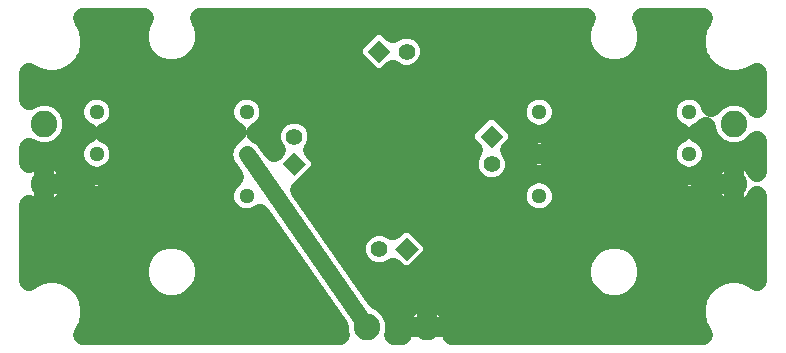
<source format=gbl>
G75*
G70*
%OFA0B0*%
%FSLAX24Y24*%
%IPPOS*%
%LPD*%
%AMOC8*
5,1,8,0,0,1.08239X$1,22.5*
%
%ADD10C,0.0512*%
%ADD11R,0.0554X0.0554*%
%ADD12C,0.0554*%
%ADD13C,0.0886*%
%ADD14C,0.0560*%
%ADD15C,0.0660*%
D10*
X003433Y005783D03*
X003433Y007183D03*
X003433Y008583D03*
X008433Y008583D03*
X008433Y007183D03*
X008433Y005783D03*
X018183Y005783D03*
X018183Y007183D03*
X018183Y008583D03*
X023183Y008583D03*
X023183Y007183D03*
X023183Y005783D03*
D11*
G36*
X016598Y008160D02*
X016989Y007769D01*
X016598Y007378D01*
X016207Y007769D01*
X016598Y008160D01*
G37*
G36*
X012457Y010598D02*
X012848Y010989D01*
X013239Y010598D01*
X012848Y010207D01*
X012457Y010598D01*
G37*
G36*
X010019Y006457D02*
X009628Y006848D01*
X010019Y007239D01*
X010410Y006848D01*
X010019Y006457D01*
G37*
G36*
X014160Y004019D02*
X013769Y003628D01*
X013378Y004019D01*
X013769Y004410D01*
X014160Y004019D01*
G37*
D12*
X012848Y004019D03*
X016598Y006848D03*
X010019Y007769D03*
X013769Y010598D03*
D13*
X024683Y008183D03*
X024683Y006183D03*
X014433Y001433D03*
X012433Y001433D03*
X001683Y006183D03*
X001683Y008183D03*
D14*
X008433Y007183D02*
X012433Y001433D01*
D15*
X003127Y001439D02*
X002968Y001163D01*
X011535Y001163D01*
X011500Y001248D01*
X011500Y001426D01*
X008887Y005182D01*
X008856Y005151D01*
X008582Y005037D01*
X008285Y005037D01*
X008011Y005151D01*
X007801Y005361D01*
X007687Y005635D01*
X007687Y005932D01*
X007801Y006206D01*
X008011Y006416D01*
X008025Y006422D01*
X007714Y006869D01*
X007648Y007169D01*
X007703Y007470D01*
X007868Y007728D01*
X008119Y007903D01*
X008124Y007904D01*
X008011Y007951D01*
X007801Y008161D01*
X007687Y008435D01*
X007687Y008732D01*
X007801Y009006D01*
X008011Y009216D01*
X008285Y009329D01*
X008582Y009329D01*
X008856Y009216D01*
X009066Y009006D01*
X009179Y008732D01*
X009179Y008435D01*
X009066Y008161D01*
X008856Y007951D01*
X008738Y007902D01*
X008978Y007749D01*
X009330Y007243D01*
X009395Y007308D01*
X009369Y007335D01*
X009252Y007616D01*
X009252Y007922D01*
X009369Y008204D01*
X009585Y008419D01*
X009866Y008536D01*
X010172Y008536D01*
X010454Y008419D01*
X010669Y008204D01*
X010786Y007922D01*
X010786Y007616D01*
X010669Y007335D01*
X010643Y007308D01*
X010826Y007125D01*
X010901Y006945D01*
X010901Y006750D01*
X010826Y006570D01*
X010297Y006040D01*
X010196Y005998D01*
X012764Y002306D01*
X012962Y002224D01*
X013224Y001962D01*
X013366Y001619D01*
X013366Y001248D01*
X013331Y001163D01*
X013602Y001163D01*
X013575Y001263D01*
X013560Y001376D01*
X013560Y001433D01*
X014433Y001433D01*
X014433Y001434D01*
X014433Y002306D01*
X014376Y002306D01*
X014263Y002291D01*
X014152Y002262D01*
X014046Y002218D01*
X013947Y002161D01*
X013857Y002091D01*
X013776Y002010D01*
X013706Y001919D01*
X013649Y001820D01*
X013605Y001715D01*
X013575Y001604D01*
X013560Y001491D01*
X013560Y001434D01*
X014433Y001434D01*
X014434Y001434D01*
X014434Y002306D01*
X014491Y002306D01*
X014604Y002291D01*
X014715Y002262D01*
X014820Y002218D01*
X014919Y002161D01*
X015010Y002091D01*
X015091Y002010D01*
X015161Y001919D01*
X015218Y001820D01*
X015262Y001715D01*
X015291Y001604D01*
X015306Y001491D01*
X015306Y001434D01*
X014434Y001434D01*
X014434Y001433D01*
X015306Y001433D01*
X015306Y001376D01*
X015291Y001263D01*
X015265Y001163D01*
X023649Y001163D01*
X023490Y001439D01*
X023402Y001765D01*
X023402Y002102D01*
X023490Y002428D01*
X023658Y002720D01*
X023897Y002959D01*
X024189Y003127D01*
X024515Y003215D01*
X024852Y003215D01*
X025178Y003127D01*
X025453Y002968D01*
X025453Y005771D01*
X025411Y005697D01*
X025341Y005607D01*
X025260Y005526D01*
X025169Y005456D01*
X025070Y005399D01*
X024965Y005355D01*
X024854Y005325D01*
X024741Y005310D01*
X024684Y005310D01*
X024684Y006183D01*
X024683Y006183D01*
X023810Y006183D01*
X023810Y006126D01*
X023823Y006032D01*
X023800Y006087D01*
X023755Y006165D01*
X023700Y006237D01*
X023637Y006300D01*
X023565Y006355D01*
X023487Y006400D01*
X023404Y006434D01*
X023355Y006447D01*
X023606Y006551D01*
X023816Y006761D01*
X023929Y007035D01*
X023929Y007332D01*
X023816Y007606D01*
X023606Y007816D01*
X023442Y007883D01*
X023606Y007951D01*
X023750Y008096D01*
X023750Y007998D01*
X023892Y007655D01*
X024155Y007392D01*
X024498Y007250D01*
X024869Y007250D01*
X025212Y007392D01*
X025453Y007634D01*
X025453Y006595D01*
X025411Y006669D01*
X025341Y006760D01*
X025260Y006841D01*
X025169Y006911D01*
X025070Y006968D01*
X024965Y007012D01*
X024854Y007041D01*
X024741Y007056D01*
X024684Y007056D01*
X024684Y006184D01*
X024683Y006184D01*
X024683Y007056D01*
X024626Y007056D01*
X024513Y007041D01*
X024402Y007012D01*
X024296Y006968D01*
X024197Y006911D01*
X024107Y006841D01*
X024026Y006760D01*
X023956Y006669D01*
X023899Y006570D01*
X023855Y006465D01*
X023825Y006354D01*
X023810Y006241D01*
X023810Y006184D01*
X024683Y006184D01*
X024683Y006183D01*
X024683Y005310D01*
X024626Y005310D01*
X024513Y005325D01*
X024402Y005355D01*
X024296Y005399D01*
X024197Y005456D01*
X024107Y005526D01*
X024026Y005607D01*
X023956Y005697D01*
X023899Y005796D01*
X023862Y005886D01*
X023869Y005828D01*
X023869Y005784D01*
X023184Y005784D01*
X023184Y005783D01*
X023869Y005783D01*
X023869Y005738D01*
X023858Y005649D01*
X023834Y005562D01*
X023800Y005479D01*
X023755Y005401D01*
X023700Y005330D01*
X023637Y005267D01*
X023565Y005212D01*
X023487Y005167D01*
X023404Y005132D01*
X023317Y005109D01*
X023228Y005097D01*
X023184Y005097D01*
X023184Y005783D01*
X023183Y005783D01*
X023183Y005097D01*
X023138Y005097D01*
X023049Y005109D01*
X022962Y005132D01*
X022879Y005167D01*
X022801Y005212D01*
X022730Y005267D01*
X022667Y005330D01*
X022612Y005401D01*
X022567Y005479D01*
X022532Y005562D01*
X022509Y005649D01*
X022497Y005738D01*
X022497Y005783D01*
X023183Y005783D01*
X023183Y005784D01*
X022497Y005784D01*
X022497Y005828D01*
X022509Y005917D01*
X022532Y006004D01*
X022567Y006087D01*
X022612Y006165D01*
X022667Y006237D01*
X022730Y006300D01*
X022801Y006355D01*
X022879Y006400D01*
X022962Y006434D01*
X023011Y006447D01*
X022761Y006551D01*
X022551Y006761D01*
X022437Y007035D01*
X022437Y007332D01*
X022551Y007606D01*
X022761Y007816D01*
X022924Y007883D01*
X022761Y007951D01*
X022551Y008161D01*
X022437Y008435D01*
X022437Y008732D01*
X022551Y009006D01*
X022761Y009216D01*
X023035Y009329D01*
X023332Y009329D01*
X023606Y009216D01*
X023816Y009006D01*
X023924Y008744D01*
X024155Y008974D01*
X024498Y009116D01*
X024869Y009116D01*
X025212Y008974D01*
X025453Y008733D01*
X025453Y009899D01*
X025178Y009740D01*
X024852Y009652D01*
X024515Y009652D01*
X024189Y009740D01*
X023897Y009908D01*
X023658Y010147D01*
X023490Y010439D01*
X023402Y010765D01*
X023402Y011102D01*
X023490Y011428D01*
X023649Y011703D01*
X021617Y011703D01*
X021712Y011539D01*
X021787Y011259D01*
X021787Y010968D01*
X021712Y010687D01*
X021567Y010435D01*
X021361Y010230D01*
X021109Y010085D01*
X020829Y010009D01*
X020538Y010009D01*
X020257Y010085D01*
X020005Y010230D01*
X019800Y010435D01*
X019655Y010687D01*
X019579Y010968D01*
X019579Y011259D01*
X019655Y011539D01*
X019749Y011703D01*
X006867Y011703D01*
X006962Y011539D01*
X007037Y011259D01*
X007037Y010968D01*
X006962Y010687D01*
X006817Y010435D01*
X006611Y010230D01*
X006359Y010085D01*
X006079Y010009D01*
X005788Y010009D01*
X005507Y010085D01*
X005255Y010230D01*
X005050Y010435D01*
X004905Y010687D01*
X004829Y010968D01*
X004829Y011259D01*
X004905Y011539D01*
X004999Y011703D01*
X002968Y011703D01*
X003127Y011428D01*
X003215Y011102D01*
X003215Y010765D01*
X003127Y010439D01*
X002959Y010147D01*
X002720Y009908D01*
X002428Y009740D01*
X002102Y009652D01*
X001765Y009652D01*
X001439Y009740D01*
X001163Y009899D01*
X001163Y008978D01*
X001498Y009116D01*
X001869Y009116D01*
X002212Y008974D01*
X002474Y008712D01*
X002616Y008369D01*
X002616Y007998D01*
X002474Y007655D01*
X002212Y007392D01*
X001869Y007250D01*
X001498Y007250D01*
X001163Y007389D01*
X001163Y006885D01*
X001197Y006911D01*
X001296Y006968D01*
X001402Y007012D01*
X001513Y007041D01*
X001626Y007056D01*
X001683Y007056D01*
X001683Y006184D01*
X001684Y006184D01*
X001684Y007056D01*
X001741Y007056D01*
X001854Y007041D01*
X001965Y007012D01*
X002070Y006968D01*
X002169Y006911D01*
X002260Y006841D01*
X002341Y006760D01*
X002411Y006669D01*
X002468Y006570D01*
X002512Y006465D01*
X002541Y006354D01*
X002556Y006241D01*
X002556Y006184D01*
X001684Y006184D01*
X001684Y006183D01*
X002556Y006183D01*
X002556Y006126D01*
X002541Y006013D01*
X002512Y005902D01*
X002468Y005796D01*
X002411Y005697D01*
X002341Y005607D01*
X002260Y005526D01*
X002169Y005456D01*
X002070Y005399D01*
X001965Y005355D01*
X001854Y005325D01*
X001741Y005310D01*
X001684Y005310D01*
X001684Y006183D01*
X001683Y006183D01*
X001683Y005310D01*
X001626Y005310D01*
X001513Y005325D01*
X001402Y005355D01*
X001296Y005399D01*
X001197Y005456D01*
X001163Y005482D01*
X001163Y002968D01*
X001439Y003127D01*
X001765Y003215D01*
X002102Y003215D01*
X002428Y003127D01*
X002720Y002959D01*
X002959Y002720D01*
X003127Y002428D01*
X003215Y002102D01*
X003215Y001765D01*
X003127Y001439D01*
X003211Y001750D02*
X011275Y001750D01*
X010817Y002409D02*
X006650Y002409D01*
X006611Y002370D02*
X006817Y002575D01*
X006962Y002827D01*
X007037Y003108D01*
X007037Y003399D01*
X006962Y003679D01*
X006817Y003931D01*
X006611Y004137D01*
X006359Y004282D01*
X006079Y004357D01*
X005788Y004357D01*
X005507Y004282D01*
X005255Y004137D01*
X005050Y003931D01*
X004905Y003679D01*
X004829Y003399D01*
X004829Y003108D01*
X004905Y002827D01*
X005050Y002575D01*
X005255Y002370D01*
X005507Y002225D01*
X005788Y002149D01*
X006079Y002149D01*
X006359Y002225D01*
X006611Y002370D01*
X007026Y003068D02*
X010359Y003068D01*
X009900Y003726D02*
X006935Y003726D01*
X004932Y003726D02*
X001163Y003726D01*
X001163Y003068D02*
X001336Y003068D01*
X002531Y003068D02*
X004840Y003068D01*
X005216Y002409D02*
X003132Y002409D01*
X001163Y004385D02*
X009442Y004385D01*
X008984Y005043D02*
X008596Y005043D01*
X008271Y005043D02*
X001163Y005043D01*
X001683Y005702D02*
X001684Y005702D01*
X002413Y005702D02*
X002752Y005702D01*
X002747Y005738D02*
X002759Y005649D01*
X002782Y005562D01*
X002817Y005479D01*
X002862Y005401D01*
X002917Y005330D01*
X002980Y005267D01*
X003051Y005212D01*
X003129Y005167D01*
X003212Y005132D01*
X003299Y005109D01*
X003388Y005097D01*
X003433Y005097D01*
X003433Y005783D01*
X002747Y005783D01*
X002747Y005738D01*
X002747Y005784D02*
X003433Y005784D01*
X003433Y005783D01*
X003434Y005783D01*
X003434Y005784D01*
X004119Y005784D01*
X004119Y005828D01*
X004108Y005917D01*
X004084Y006004D01*
X004050Y006087D01*
X004005Y006165D01*
X003950Y006237D01*
X003887Y006300D01*
X003815Y006355D01*
X003737Y006400D01*
X003654Y006434D01*
X003605Y006447D01*
X003856Y006551D01*
X004066Y006761D01*
X004179Y007035D01*
X004179Y007332D01*
X004066Y007606D01*
X003856Y007816D01*
X003692Y007883D01*
X003856Y007951D01*
X004066Y008161D01*
X004179Y008435D01*
X004179Y008732D01*
X004066Y009006D01*
X003856Y009216D01*
X003582Y009329D01*
X003285Y009329D01*
X003011Y009216D01*
X002801Y009006D01*
X002687Y008732D01*
X002687Y008435D01*
X002801Y008161D01*
X003011Y007951D01*
X003174Y007883D01*
X003011Y007816D01*
X002801Y007606D01*
X002687Y007332D01*
X002687Y007035D01*
X002801Y006761D01*
X003011Y006551D01*
X003261Y006447D01*
X003212Y006434D01*
X003129Y006400D01*
X003051Y006355D01*
X002980Y006300D01*
X002917Y006237D01*
X002862Y006165D01*
X002817Y006087D01*
X002782Y006004D01*
X002759Y005917D01*
X002747Y005828D01*
X002747Y005784D01*
X003434Y005783D02*
X003434Y005097D01*
X003478Y005097D01*
X003567Y005109D01*
X003654Y005132D01*
X003737Y005167D01*
X003815Y005212D01*
X003887Y005267D01*
X003950Y005330D01*
X004005Y005401D01*
X004050Y005479D01*
X004084Y005562D01*
X004108Y005649D01*
X004119Y005738D01*
X004119Y005783D01*
X003434Y005783D01*
X003433Y005702D02*
X003434Y005702D01*
X004114Y005702D02*
X007687Y005702D01*
X007955Y006360D02*
X003806Y006360D01*
X003061Y006360D02*
X002540Y006360D01*
X001684Y006360D02*
X001683Y006360D01*
X001683Y007019D02*
X001684Y007019D01*
X001938Y007019D02*
X002694Y007019D01*
X002873Y007677D02*
X002484Y007677D01*
X002616Y008336D02*
X002729Y008336D01*
X002796Y008994D02*
X002163Y008994D01*
X001204Y008994D02*
X001163Y008994D01*
X001163Y009653D02*
X001762Y009653D01*
X002105Y009653D02*
X024512Y009653D01*
X024855Y009653D02*
X025453Y009653D01*
X025453Y008994D02*
X025163Y008994D01*
X024204Y008994D02*
X023820Y008994D01*
X022546Y008994D02*
X018820Y008994D01*
X018816Y009006D02*
X018606Y009216D01*
X018332Y009329D01*
X018035Y009329D01*
X017761Y009216D01*
X017551Y009006D01*
X017437Y008732D01*
X017437Y008435D01*
X017551Y008161D01*
X017761Y007951D01*
X018011Y007847D01*
X017962Y007834D01*
X017879Y007800D01*
X017801Y007755D01*
X017730Y007700D01*
X017667Y007637D01*
X017612Y007565D01*
X017567Y007487D01*
X017532Y007404D01*
X017509Y007317D01*
X017497Y007228D01*
X017497Y007184D01*
X018183Y007184D01*
X018183Y007183D01*
X017497Y007183D01*
X017497Y007138D01*
X017509Y007049D01*
X017532Y006962D01*
X017567Y006879D01*
X017612Y006801D01*
X017667Y006730D01*
X017730Y006667D01*
X017801Y006612D01*
X017879Y006567D01*
X017962Y006532D01*
X018011Y006519D01*
X017761Y006416D01*
X017551Y006206D01*
X017437Y005932D01*
X017437Y005635D01*
X017551Y005361D01*
X017761Y005151D01*
X018035Y005037D01*
X018332Y005037D01*
X018606Y005151D01*
X018816Y005361D01*
X018929Y005635D01*
X018929Y005932D01*
X018816Y006206D01*
X018606Y006416D01*
X018355Y006519D01*
X018404Y006532D01*
X018487Y006567D01*
X018565Y006612D01*
X018637Y006667D01*
X018700Y006730D01*
X018755Y006801D01*
X018800Y006879D01*
X018834Y006962D01*
X018858Y007049D01*
X018869Y007138D01*
X018869Y007183D01*
X018184Y007183D01*
X018184Y007184D01*
X018869Y007184D01*
X018869Y007228D01*
X018858Y007317D01*
X018834Y007404D01*
X018800Y007487D01*
X018755Y007565D01*
X018700Y007637D01*
X018637Y007700D01*
X018565Y007755D01*
X018487Y007800D01*
X018404Y007834D01*
X018355Y007847D01*
X018606Y007951D01*
X018816Y008161D01*
X018929Y008435D01*
X018929Y008732D01*
X018816Y009006D01*
X018888Y008336D02*
X022479Y008336D01*
X022623Y007677D02*
X018659Y007677D01*
X017707Y007677D02*
X017480Y007677D01*
X017480Y007672D02*
X017480Y007867D01*
X017405Y008047D01*
X016875Y008576D01*
X016695Y008651D01*
X016500Y008651D01*
X016320Y008576D01*
X015790Y008047D01*
X015716Y007867D01*
X015716Y007672D01*
X015790Y007492D01*
X015973Y007308D01*
X015947Y007282D01*
X015830Y007000D01*
X015830Y006695D01*
X015947Y006413D01*
X016163Y006197D01*
X016445Y006080D01*
X016750Y006080D01*
X017032Y006197D01*
X017248Y006413D01*
X017365Y006695D01*
X017365Y007000D01*
X017248Y007282D01*
X017222Y007308D01*
X017405Y007492D01*
X017480Y007672D01*
X017517Y007019D02*
X017357Y007019D01*
X017195Y006360D02*
X017705Y006360D01*
X018661Y006360D02*
X022811Y006360D01*
X023556Y006360D02*
X023827Y006360D01*
X024683Y006360D02*
X024684Y006360D01*
X024683Y005702D02*
X024684Y005702D01*
X023953Y005702D02*
X023864Y005702D01*
X023184Y005702D02*
X023183Y005702D01*
X022502Y005702D02*
X018929Y005702D01*
X018346Y005043D02*
X025453Y005043D01*
X025453Y004385D02*
X014489Y004385D01*
X014576Y004297D02*
X014047Y004826D01*
X013867Y004901D01*
X013672Y004901D01*
X013492Y004826D01*
X013308Y004643D01*
X013282Y004669D01*
X013000Y004786D01*
X012695Y004786D01*
X012413Y004669D01*
X012197Y004454D01*
X012080Y004172D01*
X012080Y003866D01*
X012197Y003585D01*
X012413Y003369D01*
X012695Y003252D01*
X013000Y003252D01*
X013282Y003369D01*
X013308Y003395D01*
X013492Y003212D01*
X013672Y003137D01*
X013867Y003137D01*
X014047Y003212D01*
X014576Y003742D01*
X014651Y003922D01*
X014651Y004117D01*
X014576Y004297D01*
X014561Y003726D02*
X019682Y003726D01*
X019655Y003679D02*
X019579Y003399D01*
X019579Y003108D01*
X019655Y002827D01*
X019800Y002575D01*
X020005Y002370D01*
X020257Y002225D01*
X020538Y002149D01*
X020829Y002149D01*
X021109Y002225D01*
X021361Y002370D01*
X021567Y002575D01*
X021712Y002827D01*
X021787Y003108D01*
X021787Y003399D01*
X021712Y003679D01*
X021567Y003931D01*
X021361Y004137D01*
X021109Y004282D01*
X020829Y004357D01*
X020538Y004357D01*
X020257Y004282D01*
X020005Y004137D01*
X019800Y003931D01*
X019655Y003679D01*
X019590Y003068D02*
X012234Y003068D01*
X012139Y003726D02*
X011776Y003726D01*
X012169Y004385D02*
X011318Y004385D01*
X010860Y005043D02*
X018021Y005043D01*
X017437Y005702D02*
X010402Y005702D01*
X010617Y006360D02*
X016000Y006360D01*
X015838Y007019D02*
X010871Y007019D01*
X010786Y007677D02*
X015716Y007677D01*
X016079Y008336D02*
X010537Y008336D01*
X009501Y008336D02*
X009138Y008336D01*
X009070Y008994D02*
X017546Y008994D01*
X017479Y008336D02*
X017116Y008336D01*
X018849Y007019D02*
X022444Y007019D01*
X023744Y007677D02*
X023883Y007677D01*
X023923Y007019D02*
X024429Y007019D01*
X024683Y007019D02*
X024684Y007019D01*
X024938Y007019D02*
X025453Y007019D01*
X025413Y005702D02*
X025453Y005702D01*
X025453Y003726D02*
X021685Y003726D01*
X021776Y003068D02*
X024086Y003068D01*
X025281Y003068D02*
X025453Y003068D01*
X023484Y002409D02*
X021400Y002409D01*
X019966Y002409D02*
X012693Y002409D01*
X013312Y001750D02*
X013620Y001750D01*
X014433Y001750D02*
X014434Y001750D01*
X015247Y001750D02*
X023406Y001750D01*
X009252Y007677D02*
X009028Y007677D01*
X007835Y007677D02*
X003994Y007677D01*
X004138Y008336D02*
X007729Y008336D01*
X007796Y008994D02*
X004070Y008994D01*
X003054Y010312D02*
X005174Y010312D01*
X004829Y010970D02*
X003215Y010970D01*
X003011Y011629D02*
X004956Y011629D01*
X006911Y011629D02*
X019706Y011629D01*
X019579Y010970D02*
X014445Y010970D01*
X014419Y011032D02*
X014204Y011248D01*
X013922Y011365D01*
X013616Y011365D01*
X013335Y011248D01*
X013308Y011222D01*
X013125Y011405D01*
X012945Y011480D01*
X012750Y011480D01*
X012570Y011405D01*
X012040Y010875D01*
X011966Y010695D01*
X011966Y010500D01*
X012040Y010320D01*
X012570Y009790D01*
X012750Y009716D01*
X012945Y009716D01*
X013125Y009790D01*
X013308Y009973D01*
X013335Y009947D01*
X013616Y009830D01*
X013922Y009830D01*
X014204Y009947D01*
X014419Y010163D01*
X014536Y010445D01*
X014536Y010750D01*
X014419Y011032D01*
X014481Y010312D02*
X019924Y010312D01*
X021443Y010312D02*
X023563Y010312D01*
X023402Y010970D02*
X021787Y010970D01*
X021661Y011629D02*
X023605Y011629D01*
X012135Y010970D02*
X007037Y010970D01*
X006693Y010312D02*
X012049Y010312D01*
X007681Y007019D02*
X004173Y007019D01*
X001429Y007019D02*
X001163Y007019D01*
M02*

</source>
